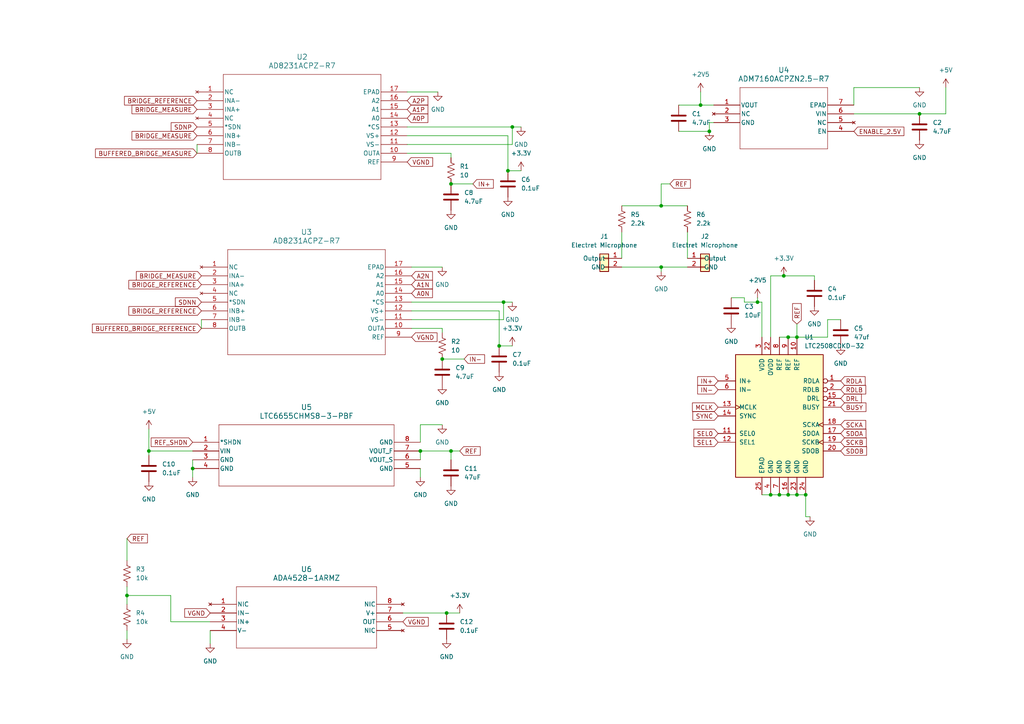
<source format=kicad_sch>
(kicad_sch (version 20230121) (generator eeschema)
  (paper "A4")
  (lib_symbols
    (symbol "AD8231:AD8231ACPZ-R7" (pin_names (offset 0.254))
      (property "Reference" "U" (at 30.48 10.16 0))
      (property "Value" "AD8231ACPZ-R7" (at 30.48 7.62 0))
      (symbol "AD8231ACPZ-R7_0_1"
        (polyline (pts (xy 7.62 -25.4) (xy 53.34 -25.4)) (stroke (width 0.127)))
        (polyline (pts (xy 7.62 5.08) (xy 7.62 -25.4)) (stroke (width 0.127)))
        (polyline (pts (xy 53.34 -25.4) (xy 53.34 5.08)) (stroke (width 0.127)))
        (polyline (pts (xy 53.34 5.08) (xy 7.62 5.08)) (stroke (width 0.127)))
        (pin no_connect line (at 0 0 0) (length 7.62) (name "NC") (number "1"))
        (pin output line (at 60.96 -17.78 180) (length 7.62) (name "OUTA") (number "10"))
        (pin power_in line (at 60.96 -15.24 180) (length 7.62) (name "VS-") (number "11"))
        (pin power_in line (at 60.96 -12.7 180) (length 7.62) (name "VS+") (number "12"))
        (pin unspecified line (at 60.96 -10.16 180) (length 7.62) (name "*CS") (number "13"))
        (pin unspecified line (at 60.96 -7.62 180) (length 7.62) (name "A0") (number "14"))
        (pin unspecified line (at 60.96 -5.08 180) (length 7.62) (name "A1") (number "15"))
        (pin unspecified line (at 60.96 -2.54 180) (length 7.62) (name "A2") (number "16"))
        (pin unspecified line (at 60.96 0 180) (length 7.62) (name "EPAD") (number "17"))
        (pin input line (at 0 -2.54 0) (length 7.62) (name "INA-") (number "2"))
        (pin input line (at 0 -5.08 0) (length 7.62) (name "INA+") (number "3"))
        (pin no_connect line (at 0 -7.62 0) (length 7.62) (name "NC") (number "4"))
        (pin unspecified line (at 0 -10.16 0) (length 7.62) (name "*SDN") (number "5"))
        (pin input line (at 0 -12.7 0) (length 7.62) (name "INB+") (number "6"))
        (pin input line (at 0 -15.24 0) (length 7.62) (name "INB-") (number "7"))
        (pin output line (at 0 -17.78 0) (length 7.62) (name "OUTB") (number "8"))
        (pin output line (at 60.96 -20.32 180) (length 7.62) (name "REF") (number "9"))
      )
    )
    (symbol "ADA4528:ADA4528-1ARMZ" (pin_names (offset 0.254))
      (property "Reference" "U" (at 27.94 10.16 0))
      (property "Value" "ADA4528-1ARMZ" (at 27.94 7.62 0))
      (symbol "ADA4528-1ARMZ_0_1"
        (polyline (pts (xy 7.62 -12.7) (xy 48.26 -12.7)) (stroke (width 0.127)))
        (polyline (pts (xy 7.62 5.08) (xy 7.62 -12.7)) (stroke (width 0.127)))
        (polyline (pts (xy 48.26 -12.7) (xy 48.26 5.08)) (stroke (width 0.127)))
        (polyline (pts (xy 48.26 5.08) (xy 7.62 5.08)) (stroke (width 0.127)))
        (pin no_connect line (at 0 0 0) (length 7.62) (name "NIC") (number "1"))
        (pin input line (at 0 -2.54 0) (length 7.62) (name "IN-") (number "2"))
        (pin input line (at 0 -5.08 0) (length 7.62) (name "IN+") (number "3"))
        (pin power_in line (at 0 -7.62 0) (length 7.62) (name "V-") (number "4"))
        (pin no_connect line (at 55.88 -7.62 180) (length 7.62) (name "NIC") (number "5"))
        (pin output line (at 55.88 -5.08 180) (length 7.62) (name "OUT") (number "6"))
        (pin power_in line (at 55.88 -2.54 180) (length 7.62) (name "V+") (number "7"))
        (pin no_connect line (at 55.88 0 180) (length 7.62) (name "NIC") (number "8"))
      )
    )
    (symbol "ADM7160ACPZN2:ADM7160ACPZN2.5-R7" (pin_names (offset 0.254))
      (property "Reference" "U" (at 20.32 10.16 0))
      (property "Value" "ADM7160ACPZN2.5-R7" (at 20.32 7.62 0))
      (symbol "ADM7160ACPZN2.5-R7_0_1"
        (polyline (pts (xy 7.62 -12.7) (xy 33.02 -12.7)) (stroke (width 0.127)))
        (polyline (pts (xy 7.62 5.08) (xy 7.62 -12.7)) (stroke (width 0.127)))
        (polyline (pts (xy 33.02 -12.7) (xy 33.02 5.08)) (stroke (width 0.127)))
        (polyline (pts (xy 33.02 5.08) (xy 7.62 5.08)) (stroke (width 0.127)))
        (pin output line (at 0 0 0) (length 7.62) (name "VOUT") (number "1"))
        (pin no_connect line (at 0 -2.54 0) (length 7.62) (name "NC") (number "2"))
        (pin power_out line (at 0 -5.08 0) (length 7.62) (name "GND") (number "3"))
        (pin unspecified line (at 40.64 -7.62 180) (length 7.62) (name "EN") (number "4"))
        (pin no_connect line (at 40.64 -5.08 180) (length 7.62) (name "NC") (number "5"))
        (pin unspecified line (at 40.64 -2.54 180) (length 7.62) (name "VIN") (number "6"))
        (pin unspecified line (at 40.64 0 180) (length 7.62) (name "EPAD") (number "7"))
      )
    )
    (symbol "Analog_ADC:LTC2508CDKD-32" (pin_names (offset 1.016))
      (property "Reference" "U" (at -10.16 19.05 0))
      (property "Value" "LTC2508CDKD-32" (at 22.86 19.05 0))
      (symbol "LTC2508CDKD-32_0_1"
        (rectangle (start -12.7 17.78) (end 12.7 -17.78) (stroke (width 0.254)) (fill (type background)))
      )
      (symbol "LTC2508CDKD-32_1_1"
        (pin input inverted (at 17.78 10.16 180) (length 5.08) (name "RDLA") (number "1"))
        (pin passive line (at 5.08 22.86 270) (length 5.08) (name "REF") (number "10"))
        (pin input line (at -17.78 -5.08 0) (length 5.08) (name "SEL0") (number "11"))
        (pin input line (at -17.78 -7.62 0) (length 5.08) (name "SEL1") (number "12"))
        (pin input clock (at -17.78 2.54 0) (length 5.08) (name "MCLK") (number "13"))
        (pin input line (at -17.78 0 0) (length 5.08) (name "SYNC") (number "14"))
        (pin output inverted (at 17.78 5.08 180) (length 5.08) (name "DRL") (number "15"))
        (pin power_in line (at 2.54 -22.86 90) (length 5.08) (name "GND") (number "16"))
        (pin tri_state line (at 17.78 -5.08 180) (length 5.08) (name "SDOA") (number "17"))
        (pin input clock (at 17.78 -2.54 180) (length 5.08) (name "SCKA") (number "18"))
        (pin input clock (at 17.78 -7.62 180) (length 5.08) (name "SCKB") (number "19"))
        (pin input inverted (at 17.78 7.62 180) (length 5.08) (name "RDLB") (number "2"))
        (pin tri_state line (at 17.78 -10.16 180) (length 5.08) (name "SDOB") (number "20"))
        (pin output line (at 17.78 2.54 180) (length 5.08) (name "BUSY") (number "21"))
        (pin power_in line (at -2.54 22.86 270) (length 5.08) (name "OVDD") (number "22"))
        (pin power_in line (at 5.08 -22.86 90) (length 5.08) (name "GND") (number "23"))
        (pin power_in line (at 7.62 -22.86 90) (length 5.08) (name "GND") (number "24"))
        (pin power_in line (at -5.08 -22.86 90) (length 5.08) (name "EPAD") (number "25"))
        (pin power_in line (at -5.08 22.86 270) (length 5.08) (name "VDD") (number "3"))
        (pin power_in line (at -2.54 -22.86 90) (length 5.08) (name "GND") (number "4"))
        (pin input line (at -17.78 10.16 0) (length 5.08) (name "IN+") (number "5"))
        (pin input line (at -17.78 7.62 0) (length 5.08) (name "IN-") (number "6"))
        (pin power_in line (at 0 -22.86 90) (length 5.08) (name "GND") (number "7"))
        (pin passive line (at 0 22.86 270) (length 5.08) (name "REF") (number "8"))
        (pin passive line (at 2.54 22.86 270) (length 5.08) (name "REF") (number "9"))
      )
    )
    (symbol "Conn_01x02_1" (pin_names (offset 1.016))
      (property "Reference" "J1" (at 0 6.35 0))
      (property "Value" "Electret Microphone" (at 0 3.81 0))
      (symbol "Conn_01x02_1_1_1"
        (rectangle (start -1.27 -2.413) (end 0 -2.667) (stroke (width 0.1524)))
        (rectangle (start -1.27 0.127) (end 0 -0.127) (stroke (width 0.1524)))
        (rectangle (start -1.27 1.27) (end 1.27 -3.81) (stroke (width 0.254)) (fill (type background)))
        (pin passive line (at -5.08 0 0) (length 3.81) (name "Output") (number "1"))
        (pin passive line (at -5.08 -2.54 0) (length 3.81) (name "GND") (number "2"))
      )
    )
    (symbol "Device:C" (pin_numbers hide) (pin_names (offset 0.254))
      (property "Reference" "C" (at 0.635 2.54 0))
      (property "Value" "C" (at 0.635 -2.54 0))
      (symbol "C_0_1"
        (polyline (pts (xy -2.032 -0.762) (xy 2.032 -0.762)) (stroke (width 0.508)))
        (polyline (pts (xy -2.032 0.762) (xy 2.032 0.762)) (stroke (width 0.508)))
      )
      (symbol "C_1_1"
        (pin passive line (at 0 3.81 270) (length 2.794) (name "~") (number "1"))
        (pin passive line (at 0 -3.81 90) (length 2.794) (name "~") (number "2"))
      )
    )
    (symbol "Device:R_US" (pin_numbers hide) (pin_names (offset 0))
      (property "Reference" "R" (at 2.54 0 90))
      (property "Value" "R_US" (at -2.54 0 90))
      (symbol "R_US_0_1"
        (polyline (pts (xy 0 -2.286) (xy 0 -2.54)))
        (polyline (pts (xy 0 2.286) (xy 0 2.54)))
        (polyline (pts (xy 0 -0.762) (xy 1.016 -1.143) (xy 0 -1.524) (xy -1.016 -1.905) (xy 0 -2.286)))
        (polyline (pts (xy 0 0.762) (xy 1.016 0.381) (xy 0 0) (xy -1.016 -0.381) (xy 0 -0.762)))
        (polyline (pts (xy 0 2.286) (xy 1.016 1.905) (xy 0 1.524) (xy -1.016 1.143) (xy 0 0.762)))
      )
      (symbol "R_US_1_1"
        (pin passive line (at 0 3.81 270) (length 1.27) (name "~") (number "1"))
        (pin passive line (at 0 -3.81 90) (length 1.27) (name "~") (number "2"))
      )
    )
    (symbol "LTC6655:LTC6655CHMS8-3-PBF" (pin_names (offset 0.254))
      (property "Reference" "U" (at 33.02 10.16 0))
      (property "Value" "LTC6655CHMS8-3-PBF" (at 33.02 7.62 0))
      (symbol "LTC6655CHMS8-3-PBF_0_1"
        (polyline (pts (xy 7.62 -12.7) (xy 58.42 -12.7)) (stroke (width 0.127)))
        (polyline (pts (xy 7.62 5.08) (xy 7.62 -12.7)) (stroke (width 0.127)))
        (polyline (pts (xy 58.42 -12.7) (xy 58.42 5.08)) (stroke (width 0.127)))
        (polyline (pts (xy 58.42 5.08) (xy 7.62 5.08)) (stroke (width 0.127)))
        (pin input line (at 0 0 0) (length 7.62) (name "*SHDN") (number "1"))
        (pin input line (at 0 -2.54 0) (length 7.62) (name "VIN") (number "2"))
        (pin power_in line (at 0 -5.08 0) (length 7.62) (name "GND") (number "3"))
        (pin power_in line (at 0 -7.62 0) (length 7.62) (name "GND") (number "4"))
        (pin power_in line (at 66.04 -7.62 180) (length 7.62) (name "GND") (number "5"))
        (pin output line (at 66.04 -5.08 180) (length 7.62) (name "VOUT_S") (number "6"))
        (pin output line (at 66.04 -2.54 180) (length 7.62) (name "VOUT_F") (number "7"))
        (pin power_in line (at 66.04 0 180) (length 7.62) (name "GND") (number "8"))
      )
    )
    (symbol "power:+2V5" (power) (pin_names (offset 0))
      (property "Value" "+2V5" (at 0 3.556 0))
      (symbol "+2V5_0_1"
        (polyline (pts (xy -0.762 1.27) (xy 0 2.54)))
        (polyline (pts (xy 0 0) (xy 0 2.54)))
        (polyline (pts (xy 0 2.54) (xy 0.762 1.27)))
      )
      (symbol "+2V5_1_1"
        (pin power_in line (at 0 0 90) (length 0) hide (name "+2V5") (number "1"))
      )
    )
    (symbol "power:+3.3V" (power) (pin_names (offset 0))
      (property "Value" "+3.3V" (at 0 3.556 0))
      (symbol "+3.3V_0_1"
        (polyline (pts (xy -0.762 1.27) (xy 0 2.54)))
        (polyline (pts (xy 0 0) (xy 0 2.54)))
        (polyline (pts (xy 0 2.54) (xy 0.762 1.27)))
      )
      (symbol "+3.3V_1_1"
        (pin power_in line (at 0 0 90) (length 0) hide (name "+3.3V") (number "1"))
      )
    )
    (symbol "power:+5V" (power) (pin_names (offset 0))
      (property "Value" "+5V" (at 0 3.556 0))
      (symbol "+5V_0_1"
        (polyline (pts (xy -0.762 1.27) (xy 0 2.54)))
        (polyline (pts (xy 0 0) (xy 0 2.54)))
        (polyline (pts (xy 0 2.54) (xy 0.762 1.27)))
      )
      (symbol "+5V_1_1"
        (pin power_in line (at 0 0 90) (length 0) hide (name "+5V") (number "1"))
      )
    )
    (symbol "power:GND" (power) (pin_names (offset 0))
      (property "Value" "GND" (at 0 -3.81 0))
      (symbol "GND_0_1"
        (polyline (pts (xy 0 0) (xy 0 -1.27) (xy 1.27 -1.27) (xy 0 -2.54) (xy -1.27 -1.27) (xy 0 -1.27)))
      )
      (symbol "GND_1_1"
        (pin power_in line (at 0 0 270) (length 0) hide (name "GND") (number "1"))
      )
    )
  )
  (junction (at 231.14 97.79))
  (junction (at 266.7 33.02))
  (junction (at 129.54 177.8))
  (junction (at 226.06 143.51))
  (junction (at 43.18 130.81))
  (junction (at 128.27 104.14))
  (junction (at 121.92 130.81))
  (junction (at 205.74 38.1))
  (junction (at 231.14 143.51))
  (junction (at 144.78 100.33))
  (junction (at 191.77 77.47))
  (junction (at 36.83 172.72))
  (junction (at 228.6 97.79))
  (junction (at 219.71 87.63))
  (junction (at 191.77 59.69))
  (junction (at 228.6 143.51))
  (junction (at 130.81 53.34))
  (junction (at 130.81 130.81))
  (junction (at 227.33 80.01))
  (junction (at 146.05 87.63))
  (junction (at 148.59 36.83))
  (junction (at 223.52 143.51))
  (junction (at 147.32 49.53))
  (junction (at 203.2 30.48))
  (junction (at 233.68 143.51))
  (junction (at 55.88 135.89))
  (wire (pts (xy 144.78 90.17) (xy 144.78 100.33)))
  (wire (pts (xy 121.92 135.89) (xy 121.92 138.43)))
  (wire (pts (xy 118.11 39.37) (xy 147.32 39.37)))
  (wire (pts (xy 191.77 77.47) (xy 191.77 78.74)))
  (wire (pts (xy 231.14 93.98) (xy 231.14 97.79)))
  (wire (pts (xy 247.65 30.48) (xy 247.65 25.4)))
  (wire (pts (xy 223.52 80.01) (xy 227.33 80.01)))
  (wire (pts (xy 233.68 143.51) (xy 233.68 149.86)))
  (wire (pts (xy 205.74 35.56) (xy 205.74 38.1)))
  (wire (pts (xy 146.05 87.63) (xy 148.59 87.63)))
  (wire (pts (xy 191.77 77.47) (xy 199.39 77.47)))
  (wire (pts (xy 196.85 30.48) (xy 203.2 30.48)))
  (wire (pts (xy 191.77 59.69) (xy 199.39 59.69)))
  (wire (pts (xy 43.18 124.46) (xy 43.18 130.81)))
  (wire (pts (xy 219.71 86.36) (xy 219.71 87.63)))
  (wire (pts (xy 240.03 97.79) (xy 240.03 92.71)))
  (wire (pts (xy 227.33 80.01) (xy 236.22 80.01)))
  (wire (pts (xy 240.03 92.71) (xy 243.84 92.71)))
  (wire (pts (xy 148.59 36.83) (xy 151.13 36.83)))
  (wire (pts (xy 207.01 30.48) (xy 203.2 30.48)))
  (wire (pts (xy 180.34 59.69) (xy 191.77 59.69)))
  (wire (pts (xy 194.31 53.34) (xy 191.77 53.34)))
  (wire (pts (xy 60.96 182.88) (xy 60.96 186.69)))
  (wire (pts (xy 36.83 172.72) (xy 49.53 172.72)))
  (wire (pts (xy 199.39 67.31) (xy 199.39 74.93)))
  (wire (pts (xy 43.18 132.08) (xy 43.18 130.81)))
  (wire (pts (xy 55.88 133.35) (xy 55.88 135.89)))
  (wire (pts (xy 196.85 38.1) (xy 205.74 38.1)))
  (wire (pts (xy 223.52 80.01) (xy 223.52 97.79)))
  (wire (pts (xy 219.71 87.63) (xy 215.9 87.63)))
  (wire (pts (xy 220.98 143.51) (xy 223.52 143.51)))
  (wire (pts (xy 119.38 87.63) (xy 146.05 87.63)))
  (wire (pts (xy 36.83 182.88) (xy 36.83 185.42)))
  (wire (pts (xy 231.14 143.51) (xy 233.68 143.51)))
  (wire (pts (xy 118.11 26.67) (xy 127 26.67)))
  (wire (pts (xy 144.78 100.33) (xy 148.59 100.33)))
  (wire (pts (xy 129.54 177.8) (xy 133.35 177.8)))
  (wire (pts (xy 233.68 149.86) (xy 234.95 149.86)))
  (wire (pts (xy 148.59 36.83) (xy 148.59 41.91)))
  (wire (pts (xy 219.71 87.63) (xy 220.98 87.63)))
  (wire (pts (xy 118.11 44.45) (xy 130.81 44.45)))
  (wire (pts (xy 128.27 104.14) (xy 134.62 104.14)))
  (wire (pts (xy 247.65 33.02) (xy 266.7 33.02)))
  (wire (pts (xy 274.32 25.4) (xy 274.32 33.02)))
  (wire (pts (xy 119.38 90.17) (xy 144.78 90.17)))
  (wire (pts (xy 220.98 87.63) (xy 220.98 97.79)))
  (wire (pts (xy 121.92 128.27) (xy 121.92 123.19)))
  (wire (pts (xy 121.92 130.81) (xy 121.92 133.35)))
  (wire (pts (xy 121.92 130.81) (xy 130.81 130.81)))
  (wire (pts (xy 130.81 130.81) (xy 133.35 130.81)))
  (wire (pts (xy 228.6 143.51) (xy 231.14 143.51)))
  (wire (pts (xy 121.92 123.19) (xy 128.27 123.19)))
  (wire (pts (xy 147.32 39.37) (xy 147.32 49.53)))
  (wire (pts (xy 226.06 97.79) (xy 228.6 97.79)))
  (wire (pts (xy 118.11 41.91) (xy 148.59 41.91)))
  (wire (pts (xy 226.06 143.51) (xy 228.6 143.51)))
  (wire (pts (xy 57.15 41.91) (xy 57.15 44.45)))
  (wire (pts (xy 130.81 44.45) (xy 130.81 45.72)))
  (wire (pts (xy 236.22 80.01) (xy 236.22 81.28)))
  (wire (pts (xy 247.65 25.4) (xy 266.7 25.4)))
  (wire (pts (xy 130.81 130.81) (xy 130.81 133.35)))
  (wire (pts (xy 119.38 77.47) (xy 128.27 77.47)))
  (wire (pts (xy 191.77 53.34) (xy 191.77 59.69)))
  (wire (pts (xy 128.27 95.25) (xy 128.27 96.52)))
  (wire (pts (xy 36.83 172.72) (xy 36.83 175.26)))
  (wire (pts (xy 207.01 35.56) (xy 205.74 35.56)))
  (wire (pts (xy 231.14 97.79) (xy 240.03 97.79)))
  (wire (pts (xy 203.2 26.67) (xy 203.2 30.48)))
  (wire (pts (xy 119.38 92.71) (xy 146.05 92.71)))
  (wire (pts (xy 146.05 87.63) (xy 146.05 92.71)))
  (wire (pts (xy 49.53 180.34) (xy 60.96 180.34)))
  (wire (pts (xy 58.42 92.71) (xy 58.42 95.25)))
  (wire (pts (xy 215.9 87.63) (xy 215.9 86.36)))
  (wire (pts (xy 36.83 170.18) (xy 36.83 172.72)))
  (wire (pts (xy 116.84 177.8) (xy 129.54 177.8)))
  (wire (pts (xy 43.18 130.81) (xy 55.88 130.81)))
  (wire (pts (xy 180.34 67.31) (xy 180.34 74.93)))
  (wire (pts (xy 180.34 77.47) (xy 191.77 77.47)))
  (wire (pts (xy 130.81 53.34) (xy 137.16 53.34)))
  (wire (pts (xy 55.88 135.89) (xy 55.88 138.43)))
  (wire (pts (xy 147.32 49.53) (xy 151.13 49.53)))
  (wire (pts (xy 118.11 36.83) (xy 148.59 36.83)))
  (wire (pts (xy 119.38 95.25) (xy 128.27 95.25)))
  (wire (pts (xy 228.6 97.79) (xy 231.14 97.79)))
  (wire (pts (xy 266.7 33.02) (xy 274.32 33.02)))
  (wire (pts (xy 212.09 86.36) (xy 215.9 86.36)))
  (wire (pts (xy 49.53 172.72) (xy 49.53 180.34)))
  (wire (pts (xy 36.83 156.21) (xy 36.83 162.56)))
  (wire (pts (xy 223.52 143.51) (xy 226.06 143.51)))
  (global_label "A2P" (shape input) (at 118.11 29.21 0) (property "Intersheetrefs" "${INTERSHEET_REFS}" (effects hide)))
  (global_label "BRIDGE_MEASURE" (shape input) (at 57.15 31.75 180) (property "Intersheetrefs" "${INTERSHEET_REFS}" (effects hide)))
  (global_label "ENABLE_2.5V" (shape input) (at 247.65 38.1 0) (property "Intersheetrefs" "${INTERSHEET_REFS}" (effects hide)))
  (global_label "SEL1" (shape input) (at 208.28 128.27 180) (property "Intersheetrefs" "${INTERSHEET_REFS}" (effects hide)))
  (global_label "REF" (shape input) (at 194.31 53.34 0) (property "Intersheetrefs" "${INTERSHEET_REFS}" (effects hide)))
  (global_label "SCKA" (shape input) (at 243.84 123.19 0) (property "Intersheetrefs" "${INTERSHEET_REFS}" (effects hide)))
  (global_label "VGND" (shape input) (at 116.84 180.34 0) (property "Intersheetrefs" "${INTERSHEET_REFS}" (effects hide)))
  (global_label "SDNP" (shape input) (at 57.15 36.83 180) (property "Intersheetrefs" "${INTERSHEET_REFS}" (effects hide)))
  (global_label "BRIDGE_MEASURE" (shape input) (at 58.42 80.01 180) (property "Intersheetrefs" "${INTERSHEET_REFS}" (effects hide)))
  (global_label "BRIDGE_REFERENCE" (shape input) (at 58.42 90.17 180) (property "Intersheetrefs" "${INTERSHEET_REFS}" (effects hide)))
  (global_label "BUFFERED_BRIDGE_MEASURE" (shape input) (at 57.15 44.45 180) (property "Intersheetrefs" "${INTERSHEET_REFS}" (effects hide)))
  (global_label "VGND" (shape input) (at 118.11 46.99 0) (property "Intersheetrefs" "${INTERSHEET_REFS}" (effects hide)))
  (global_label "REF_SHDN" (shape input) (at 55.88 128.27 180) (property "Intersheetrefs" "${INTERSHEET_REFS}" (effects hide)))
  (global_label "A1P" (shape input) (at 118.11 31.75 0) (property "Intersheetrefs" "${INTERSHEET_REFS}" (effects hide)))
  (global_label "BRIDGE_MEASURE" (shape input) (at 57.15 39.37 180) (property "Intersheetrefs" "${INTERSHEET_REFS}" (effects hide)))
  (global_label "IN-" (shape input) (at 134.62 104.14 0) (property "Intersheetrefs" "${INTERSHEET_REFS}" (effects hide)))
  (global_label "IN-" (shape input) (at 208.28 113.03 180) (property "Intersheetrefs" "${INTERSHEET_REFS}" (effects hide)))
  (global_label "BRIDGE_REFERENCE" (shape input) (at 57.15 29.21 180) (property "Intersheetrefs" "${INTERSHEET_REFS}" (effects hide)))
  (global_label "SCKB" (shape input) (at 243.84 128.27 0) (property "Intersheetrefs" "${INTERSHEET_REFS}" (effects hide)))
  (global_label "IN+" (shape input) (at 137.16 53.34 0) (property "Intersheetrefs" "${INTERSHEET_REFS}" (effects hide)))
  (global_label "A2N" (shape input) (at 119.38 80.01 0) (property "Intersheetrefs" "${INTERSHEET_REFS}" (effects hide)))
  (global_label "A0N" (shape input) (at 119.38 85.09 0) (property "Intersheetrefs" "${INTERSHEET_REFS}" (effects hide)))
  (global_label "RDLA" (shape input) (at 243.84 110.49 0) (property "Intersheetrefs" "${INTERSHEET_REFS}" (effects hide)))
  (global_label "A0P" (shape input) (at 118.11 34.29 0) (property "Intersheetrefs" "${INTERSHEET_REFS}" (effects hide)))
  (global_label "REF" (shape input) (at 231.14 93.98 90) (property "Intersheetrefs" "${INTERSHEET_REFS}" (effects hide)))
  (global_label "RDLB" (shape input) (at 243.84 113.03 0) (property "Intersheetrefs" "${INTERSHEET_REFS}" (effects hide)))
  (global_label "SYNC" (shape input) (at 208.28 120.65 180) (property "Intersheetrefs" "${INTERSHEET_REFS}" (effects hide)))
  (global_label "SEL0" (shape input) (at 208.28 125.73 180) (property "Intersheetrefs" "${INTERSHEET_REFS}" (effects hide)))
  (global_label "SDOB" (shape input) (at 243.84 130.81 0) (property "Intersheetrefs" "${INTERSHEET_REFS}" (effects hide)))
  (global_label "VGND" (shape input) (at 60.96 177.8 180) (property "Intersheetrefs" "${INTERSHEET_REFS}" (effects hide)))
  (global_label "DRL" (shape input) (at 243.84 115.57 0) (property "Intersheetrefs" "${INTERSHEET_REFS}" (effects hide)))
  (global_label "A1N" (shape input) (at 119.38 82.55 0) (property "Intersheetrefs" "${INTERSHEET_REFS}" (effects hide)))
  (global_label "SDOA" (shape input) (at 243.84 125.73 0) (property "Intersheetrefs" "${INTERSHEET_REFS}" (effects hide)))
  (global_label "REF" (shape input) (at 133.35 130.81 0) (property "Intersheetrefs" "${INTERSHEET_REFS}" (effects hide)))
  (global_label "REF" (shape input) (at 36.83 156.21 0) (property "Intersheetrefs" "${INTERSHEET_REFS}" (effects hide)))
  (global_label "MCLK" (shape input) (at 208.28 118.11 180) (property "Intersheetrefs" "${INTERSHEET_REFS}" (effects hide)))
  (global_label "BUFFERED_BRIDGE_REFERENCE" (shape input) (at 58.42 95.25 180) (property "Intersheetrefs" "${INTERSHEET_REFS}" (effects hide)))
  (global_label "BRIDGE_REFERENCE" (shape input) (at 58.42 82.55 180) (property "Intersheetrefs" "${INTERSHEET_REFS}" (effects hide)))
  (global_label "VGND" (shape input) (at 119.38 97.79 0) (property "Intersheetrefs" "${INTERSHEET_REFS}" (effects hide)))
  (global_label "IN+" (shape input) (at 208.28 110.49 180) (property "Intersheetrefs" "${INTERSHEET_REFS}" (effects hide)))
  (global_label "SDNN" (shape input) (at 58.42 87.63 180) (property "Intersheetrefs" "${INTERSHEET_REFS}" (effects hide)))
  (global_label "BUSY" (shape input) (at 243.84 118.11 0) (property "Intersheetrefs" "${INTERSHEET_REFS}" (effects hide)))
  (symbol (lib_id "LTC6655:LTC6655CHMS8-3-PBF") (at 55.88 128.27 0) (unit 1)
    (property "Reference" "U5" (at 88.9 118.11 0) (effects (font (size 1.524 1.524))))
    (property "Value" "LTC6655CHMS8-3-PBF" (at 88.9 120.65 0) (effects (font (size 1.524 1.524))))
    (property "Footprint" "MSOP-8_MS_LIT" (effects hide))
    (property "Datasheet" "LTC6655CHMS8-3-PBF" (effects hide))
  )
  (symbol (lib_id "power:+2V5") (at 219.71 86.36 0) (unit 1)
    (property "Reference" "#PWR07" (effects hide))
    (property "Value" "+2V5" (at 219.71 81.28 0))
  )
  (symbol (lib_id "power:+3.3V") (at 151.13 49.53 0) (unit 1)
    (property "Reference" "#PWR016" (effects hide))
    (property "Value" "+3.3V" (at 151.13 44.45 0))
  )
  (symbol (lib_id "power:+3.3V") (at 133.35 177.8 0) (unit 1)
    (property "Reference" "#PWR031" (effects hide))
    (property "Value" "+3.3V" (at 133.35 172.72 0))
  )
  (symbol (lib_id "power:+5V") (at 43.18 124.46 0) (unit 1)
    (property "Reference" "#PWR026" (effects hide))
    (property "Value" "+5V" (at 43.18 119.38 0))
  )
  (symbol (lib_id "power:GND") (at 60.96 186.69 0) (unit 1)
    (property "Reference" "#PWR029" (effects hide))
    (property "Value" "GND" (at 60.96 191.77 0))
  )
  (symbol (lib_id "Device:C") (at 236.22 85.09 0) (unit 1)
    (property "Reference" "C4" (at 240.03 83.82 0) (effects (justify left)))
    (property "Value" "0.1uF" (at 240.03 86.36 0) (effects (justify left)))
  )
  (symbol (lib_id "power:GND") (at 36.83 185.42 0) (unit 1)
    (property "Reference" "#PWR028" (effects hide))
    (property "Value" "GND" (at 36.83 190.5 0))
  )
  (symbol (lib_id "AD8231:AD8231ACPZ-R7") (at 57.15 26.67 0) (unit 1)
    (property "Reference" "U2" (at 87.63 16.51 0) (effects (font (size 1.524 1.524))))
    (property "Value" "AD8231ACPZ-R7" (at 87.63 19.05 0) (effects (font (size 1.524 1.524))))
    (property "Footprint" "CP_16_4_ADI" (effects hide))
    (property "Datasheet" "AD8231ACPZ-R7" (effects hide))
  )
  (symbol (lib_id "Device:R_US") (at 199.39 63.5 0) (unit 1)
    (property "Reference" "R6" (at 201.93 62.23 0) (effects (justify left)))
    (property "Value" "2.2k" (at 201.93 64.77 0) (effects (justify left)))
  )
  (symbol (lib_name "Conn_01x02_1") (lib_id "Connector_Generic:Conn_01x02") (at 175.26 74.93 0) (mirror y) (unit 1)
    (property "Reference" "J1" (at 175.26 68.58 0))
    (property "Value" "Electret Microphone" (at 175.26 71.12 0))
  )
  (symbol (lib_id "power:GND") (at 128.27 77.47 0) (unit 1)
    (property "Reference" "#PWR014" (effects hide))
    (property "Value" "GND" (at 128.27 82.55 0))
  )
  (symbol (lib_id "power:GND") (at 191.77 78.74 0) (unit 1)
    (property "Reference" "#PWR032" (effects hide))
    (property "Value" "GND" (at 191.77 83.82 0))
  )
  (symbol (lib_id "Device:C") (at 196.85 34.29 0) (unit 1)
    (property "Reference" "C1" (at 200.66 33.02 0) (effects (justify left)))
    (property "Value" "4.7uF" (at 200.66 35.56 0) (effects (justify left)))
  )
  (symbol (lib_id "power:GND") (at 43.18 139.7 0) (unit 1)
    (property "Reference" "#PWR025" (effects hide))
    (property "Value" "GND" (at 43.18 144.78 0))
  )
  (symbol (lib_id "Device:C") (at 243.84 96.52 0) (unit 1)
    (property "Reference" "C5" (at 247.65 95.25 0) (effects (justify left)))
    (property "Value" "47uf" (at 247.65 97.79 0) (effects (justify left)))
  )
  (symbol (lib_id "Device:R_US") (at 36.83 166.37 0) (unit 1)
    (property "Reference" "R3" (at 39.37 165.1 0) (effects (justify left)))
    (property "Value" "10k" (at 39.37 167.64 0) (effects (justify left)))
  )
  (symbol (lib_id "power:GND") (at 266.7 25.4 0) (unit 1)
    (property "Reference" "#PWR05" (effects hide))
    (property "Value" "GND" (at 266.7 30.48 0))
  )
  (symbol (lib_id "power:GND") (at 130.81 60.96 0) (unit 1)
    (property "Reference" "#PWR020" (effects hide))
    (property "Value" "GND" (at 130.81 66.04 0))
  )
  (symbol (lib_id "power:GND") (at 236.22 88.9 0) (unit 1)
    (property "Reference" "#PWR010" (effects hide))
    (property "Value" "GND" (at 236.22 93.98 0))
  )
  (symbol (lib_id "power:GND") (at 55.88 138.43 0) (unit 1)
    (property "Reference" "#PWR022" (effects hide))
    (property "Value" "GND" (at 55.88 143.51 0))
  )
  (symbol (lib_id "power:GND") (at 151.13 36.83 0) (unit 1)
    (property "Reference" "#PWR012" (effects hide))
    (property "Value" "GND" (at 151.13 41.91 0))
  )
  (symbol (lib_id "power:GND") (at 128.27 123.19 0) (unit 1)
    (property "Reference" "#PWR024" (effects hide))
    (property "Value" "GND" (at 128.27 128.27 0))
  )
  (symbol (lib_id "Analog_ADC:LTC2508CDKD-32") (at 226.06 120.65 0) (unit 1)
    (property "Reference" "U1" (at 233.3341 97.79 0) (effects (justify left)))
    (property "Value" "LTC2508CDKD-32" (at 233.3341 100.33 0) (effects (justify left)))
    (property "Footprint" "Package_DFN_QFN:DFN-24-1EP_4x7mm_P0.5mm_EP2.64x6.44mm" (effects hide))
    (property "Datasheet" "https://www.analog.com/media/en/technical-documentation/data-sheets/250832fc.pdf" (effects hide))
  )
  (symbol (lib_id "Device:C") (at 147.32 53.34 0) (unit 1)
    (property "Reference" "C6" (at 151.13 52.07 0) (effects (justify left)))
    (property "Value" "0.1uF" (at 151.13 54.61 0) (effects (justify left)))
  )
  (symbol (lib_id "power:GND") (at 205.74 38.1 0) (unit 1)
    (property "Reference" "#PWR03" (effects hide))
    (property "Value" "GND" (at 205.74 43.18 0))
  )
  (symbol (lib_id "Device:R_US") (at 180.34 63.5 0) (unit 1)
    (property "Reference" "R5" (at 182.88 62.23 0) (effects (justify left)))
    (property "Value" "2.2k" (at 182.88 64.77 0) (effects (justify left)))
  )
  (symbol (lib_id "power:+5V") (at 274.32 25.4 0) (unit 1)
    (property "Reference" "#PWR06" (effects hide))
    (property "Value" "+5V" (at 274.32 20.32 0))
  )
  (symbol (lib_id "power:GND") (at 148.59 87.63 0) (unit 1)
    (property "Reference" "#PWR013" (effects hide))
    (property "Value" "GND" (at 148.59 92.71 0))
  )
  (symbol (lib_id "power:GND") (at 147.32 57.15 0) (unit 1)
    (property "Reference" "#PWR018" (effects hide))
    (property "Value" "GND" (at 147.32 62.23 0))
  )
  (symbol (lib_id "power:GND") (at 121.92 138.43 0) (unit 1)
    (property "Reference" "#PWR023" (effects hide))
    (property "Value" "GND" (at 121.92 143.51 0))
  )
  (symbol (lib_id "power:GND") (at 266.7 40.64 0) (unit 1)
    (property "Reference" "#PWR04" (effects hide))
    (property "Value" "GND" (at 266.7 45.72 0))
  )
  (symbol (lib_id "Device:C") (at 130.81 57.15 0) (unit 1)
    (property "Reference" "C8" (at 134.62 55.88 0) (effects (justify left)))
    (property "Value" "4.7uF" (at 134.62 58.42 0) (effects (justify left)))
  )
  (symbol (lib_id "Device:C") (at 129.54 181.61 0) (unit 1)
    (property "Reference" "C12" (at 133.35 180.34 0) (effects (justify left)))
    (property "Value" "0.1uF" (at 133.35 182.88 0) (effects (justify left)))
  )
  (symbol (lib_id "AD8231:AD8231ACPZ-R7") (at 58.42 77.47 0) (unit 1)
    (property "Reference" "U3" (at 88.9 67.31 0) (effects (font (size 1.524 1.524))))
    (property "Value" "AD8231ACPZ-R7" (at 88.9 69.85 0) (effects (font (size 1.524 1.524))))
    (property "Footprint" "CP_16_4_ADI" (effects hide))
    (property "Datasheet" "AD8231ACPZ-R7" (effects hide))
  )
  (symbol (lib_id "power:GND") (at 130.81 140.97 0) (unit 1)
    (property "Reference" "#PWR027" (effects hide))
    (property "Value" "GND" (at 130.81 146.05 0))
  )
  (symbol (lib_id "Device:R_US") (at 128.27 100.33 0) (unit 1)
    (property "Reference" "R2" (at 130.81 99.06 0) (effects (justify left)))
    (property "Value" "10" (at 130.81 101.6 0) (effects (justify left)))
  )
  (symbol (lib_id "Device:C") (at 128.27 107.95 0) (unit 1)
    (property "Reference" "C9" (at 132.08 106.68 0) (effects (justify left)))
    (property "Value" "4.7uF" (at 132.08 109.22 0) (effects (justify left)))
  )
  (symbol (lib_id "Device:R_US") (at 130.81 49.53 0) (unit 1)
    (property "Reference" "R1" (at 133.35 48.26 0) (effects (justify left)))
    (property "Value" "10" (at 133.35 50.8 0) (effects (justify left)))
  )
  (symbol (lib_id "power:GND") (at 243.84 100.33 0) (unit 1)
    (property "Reference" "#PWR011" (effects hide))
    (property "Value" "GND" (at 243.84 105.41 0))
  )
  (symbol (lib_id "Device:R_US") (at 36.83 179.07 0) (unit 1)
    (property "Reference" "R4" (at 39.37 177.8 0) (effects (justify left)))
    (property "Value" "10k" (at 39.37 180.34 0) (effects (justify left)))
  )
  (symbol (lib_id "Device:C") (at 144.78 104.14 0) (unit 1)
    (property "Reference" "C7" (at 148.59 102.87 0) (effects (justify left)))
    (property "Value" "0.1uF" (at 148.59 105.41 0) (effects (justify left)))
  )
  (symbol (lib_id "power:GND") (at 144.78 107.95 0) (unit 1)
    (property "Reference" "#PWR019" (effects hide))
    (property "Value" "GND" (at 144.78 113.03 0))
  )
  (symbol (lib_id "power:+2V5") (at 203.2 26.67 0) (unit 1)
    (property "Reference" "#PWR02" (effects hide))
    (property "Value" "+2V5" (at 203.2 21.59 0))
  )
  (symbol (lib_id "power:GND") (at 129.54 185.42 0) (unit 1)
    (property "Reference" "#PWR030" (effects hide))
    (property "Value" "GND" (at 129.54 190.5 0))
  )
  (symbol (lib_id "ADM7160ACPZN2:ADM7160ACPZN2.5-R7") (at 207.01 30.48 0) (unit 1)
    (property "Reference" "U4" (at 227.33 20.32 0) (effects (font (size 1.524 1.524))))
    (property "Value" "ADM7160ACPZN2.5-R7" (at 227.33 22.86 0) (effects (font (size 1.524 1.524))))
    (property "Footprint" "CP_6_3_ADI" (effects hide))
    (property "Datasheet" "ADM7160ACPZN2.5-R7" (effects hide))
  )
  (symbol (lib_id "power:+3.3V") (at 227.33 80.01 0) (unit 1)
    (property "Reference" "#PWR09" (effects hide))
    (property "Value" "+3.3V" (at 227.33 74.93 0))
  )
  (symbol (lib_id "Device:C") (at 43.18 135.89 0) (unit 1)
    (property "Reference" "C10" (at 46.99 134.62 0) (effects (justify left)))
    (property "Value" "0.1uF" (at 46.99 137.16 0) (effects (justify left)))
  )
  (symbol (lib_id "ADA4528:ADA4528-1ARMZ") (at 60.96 175.26 0) (unit 1)
    (property "Reference" "U6" (at 88.9 165.1 0) (effects (font (size 1.524 1.524))))
    (property "Value" "ADA4528-1ARMZ" (at 88.9 167.64 0) (effects (font (size 1.524 1.524))))
    (property "Footprint" "RM_8_ADI" (effects hide))
    (property "Datasheet" "ADA4528-1ARMZ" (effects hide))
  )
  (symbol (lib_id "Device:C") (at 212.09 90.17 0) (unit 1)
    (property "Reference" "C3" (at 215.9 88.9 0) (effects (justify left)))
    (property "Value" "10uF" (at 215.9 91.44 0) (effects (justify left)))
  )
  (symbol (lib_id "power:+3.3V") (at 148.59 100.33 0) (unit 1)
    (property "Reference" "#PWR017" (effects hide))
    (property "Value" "+3.3V" (at 148.59 95.25 0))
  )
  (symbol (lib_id "power:GND") (at 212.09 93.98 0) (unit 1)
    (property "Reference" "#PWR08" (effects hide))
    (property "Value" "GND" (at 212.09 99.06 0))
  )
  (symbol (lib_id "Device:C") (at 130.81 137.16 0) (unit 1)
    (property "Reference" "C11" (at 134.62 135.89 0) (effects (justify left)))
    (property "Value" "47uF" (at 134.62 138.43 0) (effects (justify left)))
  )
  (symbol (lib_id "Device:C") (at 266.7 36.83 0) (unit 1)
    (property "Reference" "C2" (at 270.51 35.56 0) (effects (justify left)))
    (property "Value" "4.7uF" (at 270.51 38.1 0) (effects (justify left)))
  )
  (symbol (lib_id "power:GND") (at 127 26.67 0) (unit 1)
    (property "Reference" "#PWR015" (effects hide))
    (property "Value" "GND" (at 127 31.75 0))
  )
  (symbol (lib_id "power:GND") (at 128.27 111.76 0) (unit 1)
    (property "Reference" "#PWR021" (effects hide))
    (property "Value" "GND" (at 128.27 116.84 0))
  )
  (symbol (lib_name "Conn_01x02_1") (lib_id "Connector_Generic:Conn_01x02") (at 204.47 74.93 0) (unit 1)
    (property "Reference" "J2" (at 204.47 68.58 0))
    (property "Value" "Electret Microphone" (at 204.47 71.12 0))
  )
  (symbol (lib_id "power:GND") (at 234.95 149.86 0) (unit 1)
    (property "Reference" "#PWR01" (effects hide))
    (property "Value" "GND" (at 234.95 154.94 0))
  )
)
</source>
